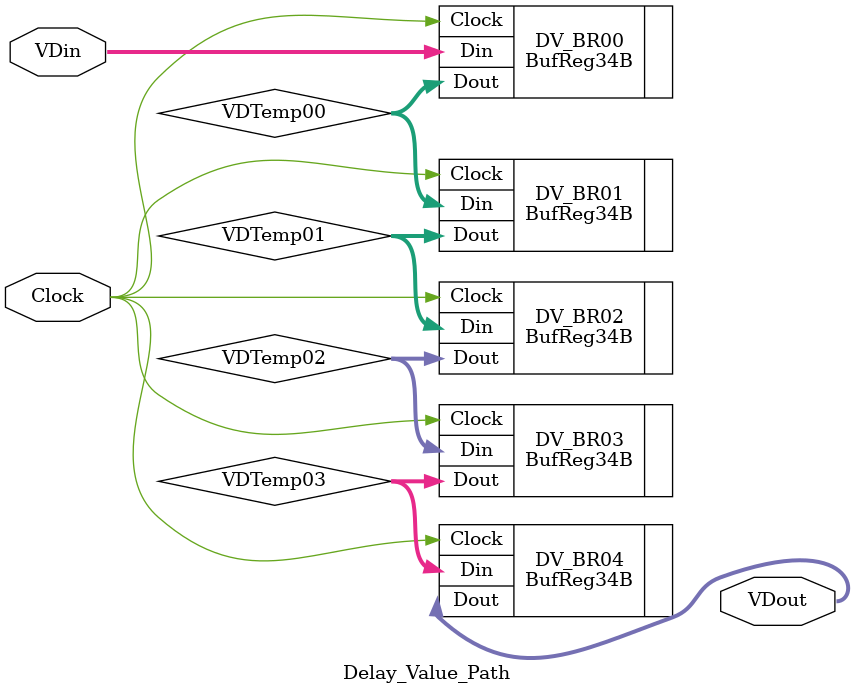
<source format=v>
`timescale	1ns/1ps

module	Delay_Value_Path(VDout, VDin, Clock)	;

output	[33:0]	VDout	;
wire	[33:0]	VDout	;

input	[33:0]	VDin	;
wire	[33:0]	VDin	;

input	Clock	;
wire	Clock	;

wire	[33:0]	VDTemp00, VDTemp01, VDTemp02, VDTemp03	; 


BufReg34B		DV_BR00(.Dout(VDTemp00), .Din(VDin), .Clock(Clock))	;
BufReg34B		DV_BR01(.Dout(VDTemp01), .Din(VDTemp00), .Clock(Clock))	;
BufReg34B		DV_BR02(.Dout(VDTemp02), .Din(VDTemp01), .Clock(Clock))	;
BufReg34B		DV_BR03(.Dout(VDTemp03), .Din(VDTemp02), .Clock(Clock))	;
BufReg34B		DV_BR04(.Dout(VDout), .Din(VDTemp03), .Clock(Clock))	;


endmodule

</source>
